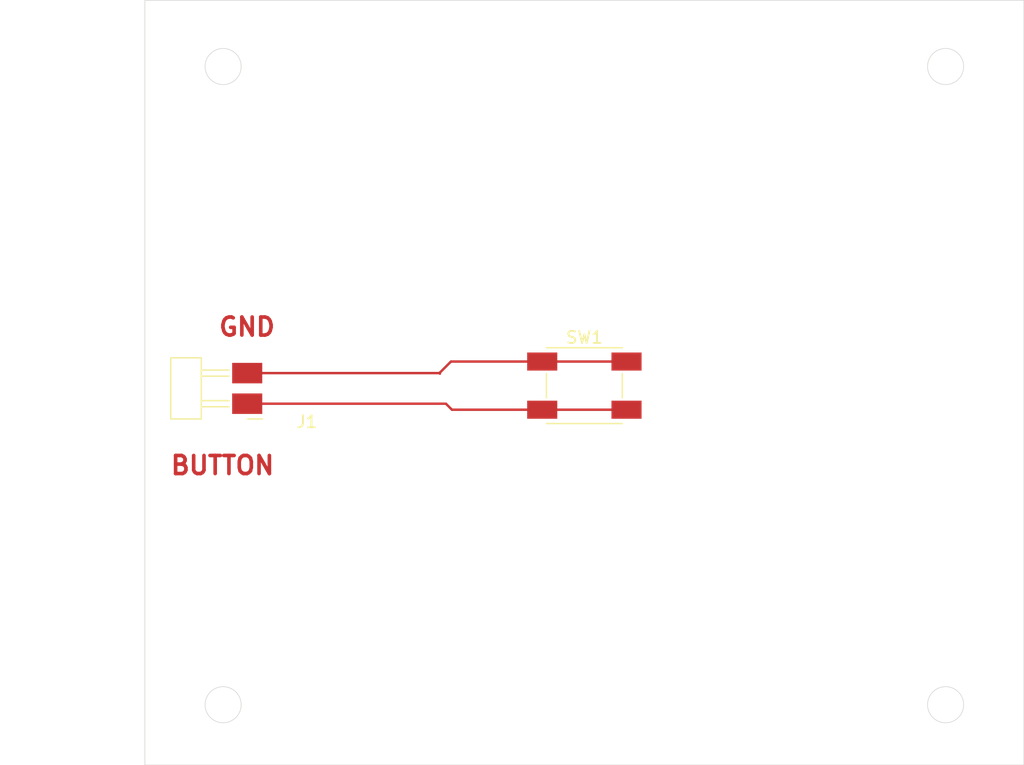
<source format=kicad_pcb>
(kicad_pcb (version 20241229) (generator "pcbnew") (generator_version "9.0")
  (layers (0 "F.Cu" signal) (2 "B.Cu" signal) (13 "F.Paste" user) (15 "B.Paste" user) (5 "F.SilkS" user "F.Silkscreen") (7 "B.SilkS" user "B.Silkscreen") (1 "F.Mask" user) (3 "B.Mask" user) (25 "Edge.Cuts" user))
  (net 0 "")
  (net 1 "/BUTTON")
  (net 2 "/GND")
  (footprint "fab:Button_Omron_B3SN_6.0x6.0mm" (layer "F.Cu") (at 128 72.5)
    (property "Reference" "SW1" (at 0 -4 0) (layer "F.SilkS"))
    (property "Value" "Switch_Tactile_Omron")
    (fp_line (start -3.15 -3.15) (end 3.15 -3.15) (stroke (width 0.12)) (layer "F.SilkS"))
    (fp_line (start -3.15 1) (end -3.15 -1) (stroke (width 0.12)) (layer "F.SilkS"))
    (fp_line (start 3.15 -1) (end 3.15 1) (stroke (width 0.12)) (layer "F.SilkS"))
    (fp_line (start 3.15 3.15) (end -3.15 3.15) (stroke (width 0.12)) (layer "F.SilkS"))
    (pad "1" smd rect (at -3.5 -2) (size 2.5 1.5) (layers "F.Cu" "F.Mask" "F.Paste") (net 2 "/GND"))
    (pad "1" smd rect (at 3.5 -2) (size 2.5 1.5) (layers "F.Cu" "F.Mask" "F.Paste") (net 2 "/GND"))
    (pad "2" smd rect (at -3.5 2) (size 2.5 1.5) (layers "F.Cu" "F.Mask" "F.Paste") (net 1 "/BUTTON"))
    (pad "2" smd rect (at 3.5 2) (size 2.5 1.5) (layers "F.Cu" "F.Mask" "F.Paste") (net 1 "/BUTTON"))
  )
  (footprint "fab:PinHeader_01x02_P2.54mm_Horizontal_SMD" (layer "F.Cu") (at 100 74 180)
    (property "Reference" "J1" (at -4 -1.5 0) (layer "F.SilkS") (effects (justify left)))
    (property "Value" "Conn_PinHeader_UPDI_1x02_P2.54mm_Horizontal_SMD")
    (fp_line (start 6.35 3.81) (end 3.81 3.81) (stroke (width 0.12)) (layer "F.SilkS"))
    (fp_line (start 6.35 -1.27) (end 6.35 3.81) (stroke (width 0.12)) (layer "F.SilkS"))
    (fp_line (start 3.81 3.81) (end 3.81 -1.27) (stroke (width 0.12)) (layer "F.SilkS"))
    (fp_line (start 3.81 2.794) (end 1.5 2.794) (stroke (width 0.12)) (layer "F.SilkS"))
    (fp_line (start 3.81 2.286) (end 1.5 2.286) (stroke (width 0.12)) (layer "F.SilkS"))
    (fp_line (start 3.81 0.254) (end 1.5 0.254) (stroke (width 0.12)) (layer "F.SilkS"))
    (fp_line (start 3.81 -0.254) (end 1.5 -0.254) (stroke (width 0.12)) (layer "F.SilkS"))
    (fp_line (start 3.81 -1.27) (end 6.35 -1.27) (stroke (width 0.12)) (layer "F.SilkS"))
    (fp_line (start -1.27 -1.27) (end 0 -1.27) (stroke (width 0.12)) (layer "F.SilkS"))
    (pad "1" smd rect (at 0 0 180) (size 2.5 1.7) (layers "F.Cu" "F.Mask" "F.Paste") (net 1 "/BUTTON"))
    (pad "2" smd rect (at 0 2.54 180) (size 2.5 1.7) (layers "F.Cu" "F.Mask" "F.Paste") (net 2 "/GND"))
  )
  (gr_circle (center 158 46) (end 159.5 46) (stroke (width 0.05)) (fill no) (layer "Edge.Cuts"))
  (gr_circle (center 98 99) (end 96.5 99) (stroke (width 0.05)) (fill no) (layer "Edge.Cuts"))
  (gr_circle (center 158 99) (end 159.5 99) (stroke (width 0.05)) (fill no) (layer "Edge.Cuts"))
  (gr_circle (center 98 46) (end 99.5 46) (stroke (width 0.05)) (fill no) (layer "Edge.Cuts"))
  (gr_rect (start 91.5 40.5) (end 164.5 104) (stroke (width 0.05)) (fill no) (layer "Edge.Cuts"))
  (gr_text "BUTTON" (at 93.5 80 0) (layer "F.Cu") (effects (font (size 1.5 1.5) (thickness 0.3) (bold yes)) (justify left bottom)))
  (gr_text "GND" (at 97.5 68.5 0) (layer "F.Cu") (effects (font (size 1.5 1.5) (thickness 0.3) (bold yes)) (justify left bottom)))
  (segment (start 124.5 74.5) (end 131.5 74.5) (width 0.2) (layer "F.Cu") (net 1))
  (segment (start 116.5 74) (end 117 74.5) (width 0.2) (layer "F.Cu") (net 1))
  (segment (start 117 74.5) (end 124.5 74.5) (width 0.2) (layer "F.Cu") (net 1))
  (segment (start 100 74) (end 116.5 74) (width 0.2) (layer "F.Cu") (net 1))
  (segment (start 100 71.46) (end 115.96 71.46) (width 0.2) (layer "F.Cu") (net 2))
  (segment (start 124.5 70.5) (end 131.5 70.5) (width 0.2) (layer "F.Cu") (net 2))
  (segment (start 116 71.5) (end 116 71.42) (width 0.2) (layer "F.Cu") (net 2))
  (segment (start 116.92 70.5) (end 124.5 70.5) (width 0.2) (layer "F.Cu") (net 2))
  (segment (start 115.96 71.46) (end 116 71.5) (width 0.2) (layer "F.Cu") (net 2))
  (segment (start 116 71.42) (end 116.92 70.5) (width 0.2) (layer "F.Cu") (net 2))
)
</source>
